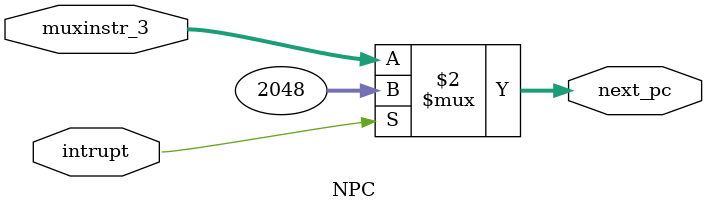
<source format=v>
`timescale 1ns / 1ps
module NPC(
		input[31:0] muxinstr_3,
        input intrupt,
        output[31:0] next_pc
	);
    assign next_pc = intrupt ? 12'b1000_0000_0000 : muxinstr_3;
 endmodule

</source>
